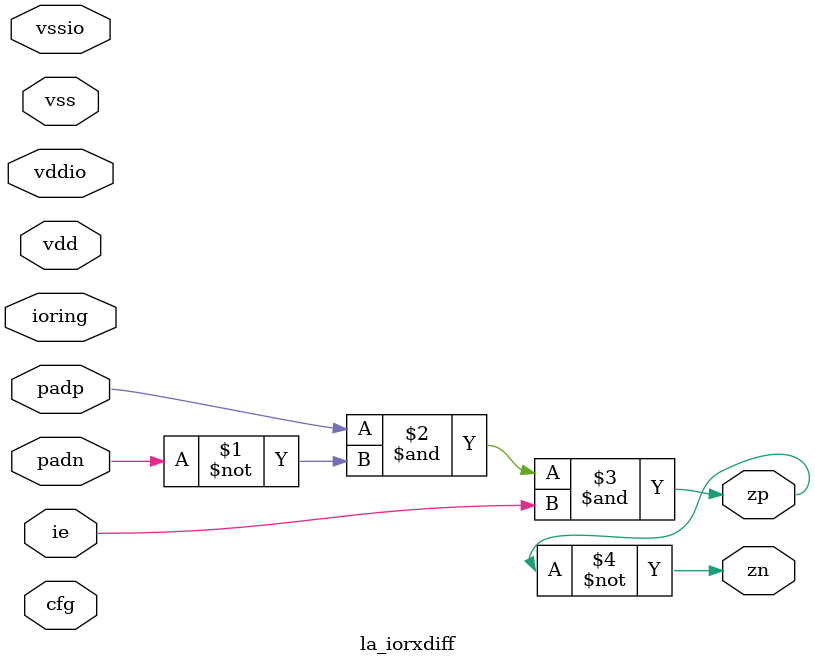
<source format=v>
/*****************************************************************************
 * Function: IO differential receiver
 * Copyright: Lambda Project Authors. All rights Reserved.
 * License:  MIT (see LICENSE file in Lambda repository)
 *
 * Docs:
 *
 * This is a generic cell that defines the standard interface of the lambda
 * differential IO receiver cell. It is only suitable for FPGA synthesis.
 *
 * ASIC specific libraries will need to use the TYPE field to select an
 * appropriate hardcoded physical cell based on the the process constraints
 * and library composition. For example, modern nodes will usually have
 * different IP cells for placing cells vertically or horizontally.
 *
 ****************************************************************************/
module la_iorxdiff
  #(
    parameter TYPE  = "DEFAULT",  // cell type
    parameter SIDE  = "NO",       // "NO", "SO", "EA", "WE"
    parameter CFGW  = 16,         // width of core config bus
    parameter RINGW = 8           // width of io ring
    )
   (// io pad signals
    inout             padp, // differential pad input (positive)
    inout             padn, // differential pad input (negative)
    inout             vdd, // core supply
    inout             vss, // core ground
    inout             vddio, // io supply
    inout             vssio, // io ground
    // core facing signals
    output            zp, // digital output to core (positive)
    output            zn, // digital output to core (negative)
    input             ie, // input enable, 1 = active
    inout [RINGW-1:0] ioring, // generic io-ring interface
    input [ CFGW-1:0] cfg // generic config interface
    );

   // gated differential non inverting buffer
   assign zp = padp & ~padn & ie;

   // driving pseudo differential digital signal to core
   assign zn = ~zp;

endmodule

</source>
